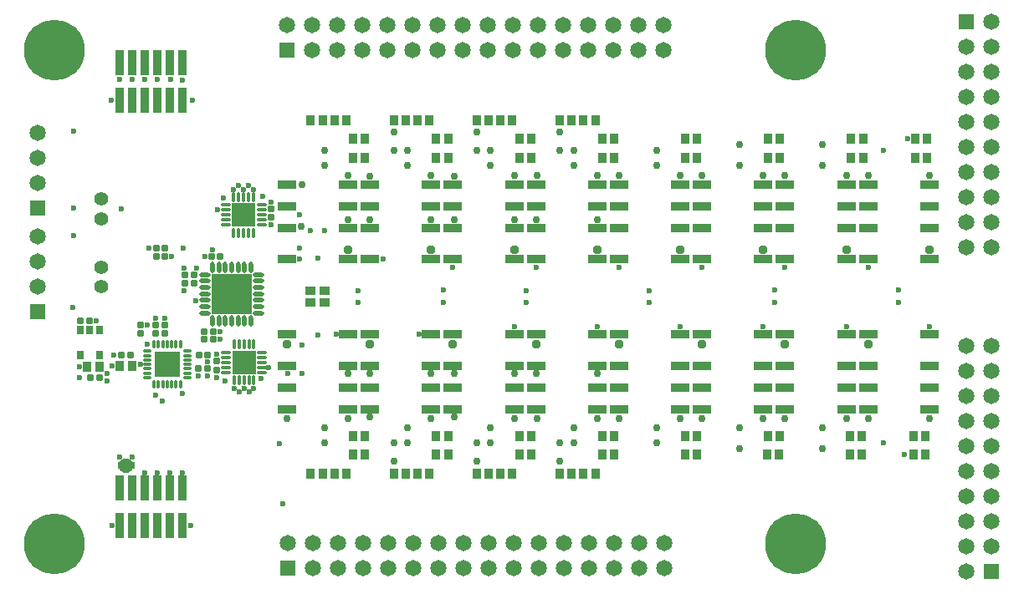
<source format=gts>
G04*
G04 #@! TF.GenerationSoftware,Altium Limited,Altium Designer,20.0.9 (164)*
G04*
G04 Layer_Color=8388736*
%FSLAX25Y25*%
%MOIN*%
G70*
G01*
G75*
%ADD33R,0.03347X0.03937*%
G04:AMPARAMS|DCode=34|XSize=26.38mil|YSize=27.95mil|CornerRadius=8.07mil|HoleSize=0mil|Usage=FLASHONLY|Rotation=0.000|XOffset=0mil|YOffset=0mil|HoleType=Round|Shape=RoundedRectangle|*
%AMROUNDEDRECTD34*
21,1,0.02638,0.01181,0,0,0.0*
21,1,0.01024,0.02795,0,0,0.0*
1,1,0.01614,0.00512,-0.00591*
1,1,0.01614,-0.00512,-0.00591*
1,1,0.01614,-0.00512,0.00591*
1,1,0.01614,0.00512,0.00591*
%
%ADD34ROUNDEDRECTD34*%
%ADD35R,0.02756X0.03740*%
%ADD36R,0.03425X0.04134*%
%ADD37R,0.07284X0.03347*%
%ADD38O,0.01772X0.04528*%
%ADD39O,0.04528X0.01772*%
%ADD40R,0.16063X0.16063*%
%ADD41O,0.01575X0.03937*%
%ADD42O,0.03937X0.01575*%
%ADD43R,0.09646X0.09646*%
G04:AMPARAMS|DCode=44|XSize=26.38mil|YSize=27.95mil|CornerRadius=8.07mil|HoleSize=0mil|Usage=FLASHONLY|Rotation=270.000|XOffset=0mil|YOffset=0mil|HoleType=Round|Shape=RoundedRectangle|*
%AMROUNDEDRECTD44*
21,1,0.02638,0.01181,0,0,270.0*
21,1,0.01024,0.02795,0,0,270.0*
1,1,0.01614,-0.00591,-0.00512*
1,1,0.01614,-0.00591,0.00512*
1,1,0.01614,0.00591,0.00512*
1,1,0.01614,0.00591,-0.00512*
%
%ADD44ROUNDEDRECTD44*%
%ADD45R,0.03937X0.03347*%
%ADD46R,0.10433X0.10433*%
%ADD47O,0.01378X0.03543*%
%ADD48O,0.03543X0.01378*%
%ADD49R,0.03583X0.10039*%
%ADD50R,0.03091X0.03091*%
%ADD51C,0.06496*%
%ADD52R,0.06496X0.06496*%
%ADD53R,0.06496X0.06496*%
%ADD54C,0.05591*%
%ADD55C,0.02362*%
%ADD56C,0.02953*%
%ADD57C,0.24213*%
%ADD58C,0.03740*%
%ADD59C,0.02559*%
%ADD60C,0.03398*%
G36*
X41705Y45709D02*
X41716D01*
X41728Y45707D01*
X41739Y45706D01*
X41751Y45703D01*
X41762Y45701D01*
X41773Y45698D01*
X41785Y45695D01*
X41796Y45691D01*
X41807Y45687D01*
X42725Y45306D01*
X42736Y45301D01*
X42746Y45297D01*
X42756Y45291D01*
X42767Y45285D01*
X42776Y45278D01*
X42786Y45272D01*
X42795Y45265D01*
X42804Y45258D01*
X42813Y45250D01*
X42821Y45242D01*
X43525Y44539D01*
X43532Y44530D01*
X43540Y44522D01*
X43547Y44513D01*
X43555Y44504D01*
X43561Y44494D01*
X43568Y44484D01*
X43573Y44474D01*
X43579Y44464D01*
X43584Y44453D01*
X43589Y44443D01*
X43970Y43524D01*
X43973Y43513D01*
X43978Y43502D01*
X43980Y43491D01*
X43984Y43480D01*
X43986Y43468D01*
X43988Y43457D01*
X43989Y43445D01*
X43991Y43434D01*
Y43422D01*
X43992Y43411D01*
Y42913D01*
Y42416D01*
X43991Y42404D01*
Y42393D01*
X43989Y42381D01*
X43988Y42370D01*
X43986Y42358D01*
X43984Y42347D01*
X43980Y42336D01*
X43978Y42325D01*
X43973Y42314D01*
X43970Y42303D01*
X43589Y41384D01*
X43584Y41374D01*
X43579Y41363D01*
X43573Y41353D01*
X43568Y41342D01*
X43561Y41333D01*
X43555Y41323D01*
X43547Y41314D01*
X43540Y41305D01*
X43532Y41297D01*
X43525Y41288D01*
X42821Y40584D01*
X42813Y40577D01*
X42804Y40569D01*
X42795Y40562D01*
X42786Y40554D01*
X42776Y40548D01*
X42767Y40541D01*
X42757Y40536D01*
X42746Y40530D01*
X42736Y40526D01*
X42725Y40520D01*
X41807Y40140D01*
X41795Y40136D01*
X41785Y40132D01*
X41773Y40129D01*
X41762Y40125D01*
X41751Y40124D01*
X41739Y40121D01*
X41728Y40120D01*
X41716Y40118D01*
X41705D01*
X41693Y40117D01*
X41196D01*
X41150Y40121D01*
X41104Y40132D01*
X41061Y40150D01*
X41022Y40174D01*
X40986Y40204D01*
X40956Y40239D01*
X40945Y40258D01*
X40933Y40239D01*
X40903Y40204D01*
X40868Y40174D01*
X40828Y40150D01*
X40785Y40132D01*
X40740Y40121D01*
X40694Y40117D01*
X40197D01*
X40185Y40118D01*
X40173D01*
X40162Y40120D01*
X40150Y40121D01*
X40139Y40124D01*
X40127Y40125D01*
X40116Y40129D01*
X40105Y40132D01*
X40094Y40136D01*
X40083Y40140D01*
X39164Y40520D01*
X39154Y40526D01*
X39143Y40530D01*
X39133Y40536D01*
X39123Y40541D01*
X39114Y40548D01*
X39104Y40554D01*
X39095Y40562D01*
X39085Y40569D01*
X39077Y40577D01*
X39068Y40584D01*
X38365Y41288D01*
X38357Y41297D01*
X38349Y41305D01*
X38342Y41314D01*
X38335Y41323D01*
X38329Y41333D01*
X38322Y41342D01*
X38317Y41353D01*
X38311Y41363D01*
X38306Y41374D01*
X38301Y41384D01*
X37920Y42303D01*
X37917Y42314D01*
X37912Y42325D01*
X37909Y42336D01*
X37906Y42347D01*
X37904Y42358D01*
X37901Y42370D01*
X37900Y42381D01*
X37899Y42393D01*
Y42404D01*
X37898Y42416D01*
Y42913D01*
Y43411D01*
X37899Y43422D01*
Y43434D01*
X37900Y43445D01*
X37901Y43457D01*
X37904Y43468D01*
X37906Y43480D01*
X37909Y43491D01*
X37912Y43502D01*
X37917Y43513D01*
X37920Y43524D01*
X38301Y44443D01*
X38306Y44453D01*
X38311Y44464D01*
X38317Y44474D01*
X38322Y44484D01*
X38329Y44494D01*
X38335Y44504D01*
X38342Y44513D01*
X38349Y44522D01*
X38357Y44530D01*
X38365Y44539D01*
X39068Y45242D01*
X39077Y45250D01*
X39085Y45258D01*
X39095Y45265D01*
X39104Y45272D01*
X39114Y45278D01*
X39123Y45285D01*
X39133Y45291D01*
X39143Y45297D01*
X39154Y45301D01*
X39164Y45306D01*
X40083Y45687D01*
X40094Y45691D01*
X40105Y45695D01*
X40116Y45698D01*
X40127Y45701D01*
X40139Y45703D01*
X40150Y45706D01*
X40162Y45707D01*
X40173Y45709D01*
X40185D01*
X40197Y45710D01*
X40694D01*
X40740Y45706D01*
X40785Y45695D01*
X40828Y45677D01*
X40868Y45653D01*
X40903Y45623D01*
X40933Y45588D01*
X40945Y45569D01*
X40956Y45588D01*
X40986Y45623D01*
X41022Y45653D01*
X41061Y45677D01*
X41104Y45695D01*
X41150Y45706D01*
X41196Y45710D01*
X41693D01*
X41705Y45709D01*
D02*
G37*
D33*
X227953Y39764D02*
D03*
X223228D02*
D03*
X213779D02*
D03*
X218504D02*
D03*
X194882D02*
D03*
X190157D02*
D03*
X180709D02*
D03*
X185433D02*
D03*
X161811D02*
D03*
X157087D02*
D03*
X147638D02*
D03*
X152362D02*
D03*
X128740D02*
D03*
X124016D02*
D03*
X119291D02*
D03*
X114567D02*
D03*
X301575Y165748D02*
D03*
X296850D02*
D03*
X354724Y54724D02*
D03*
X359449D02*
D03*
X354724Y47244D02*
D03*
X359449Y47244D02*
D03*
X329528Y54724D02*
D03*
X334252D02*
D03*
X296850D02*
D03*
X301575D02*
D03*
X263780D02*
D03*
X268504D02*
D03*
X230709D02*
D03*
X235433D02*
D03*
X197638D02*
D03*
X202362D02*
D03*
X164567D02*
D03*
X169291D02*
D03*
X131496D02*
D03*
X136221D02*
D03*
X329528Y47244D02*
D03*
X334252D02*
D03*
X296457D02*
D03*
X301181D02*
D03*
X263780D02*
D03*
X268504D02*
D03*
X230709D02*
D03*
X235433D02*
D03*
X197638D02*
D03*
X202362D02*
D03*
X164567D02*
D03*
X169291D02*
D03*
X131496D02*
D03*
X136221D02*
D03*
X355512Y173228D02*
D03*
X360236Y173228D02*
D03*
X355512Y165748D02*
D03*
X360236D02*
D03*
X213779Y180709D02*
D03*
X218504D02*
D03*
X227953D02*
D03*
X223228D02*
D03*
X180709D02*
D03*
X185433D02*
D03*
X194882D02*
D03*
X190157D02*
D03*
X147638D02*
D03*
X152362D02*
D03*
X161811D02*
D03*
X157087D02*
D03*
X114567D02*
D03*
X119291D02*
D03*
X128740D02*
D03*
X124016D02*
D03*
X329921Y173228D02*
D03*
X334646D02*
D03*
X296850D02*
D03*
X301575D02*
D03*
X263780D02*
D03*
X268504D02*
D03*
X230709D02*
D03*
X235433D02*
D03*
X197638D02*
D03*
X202362D02*
D03*
X164567D02*
D03*
X169291D02*
D03*
X131496D02*
D03*
X136221D02*
D03*
X329921Y165748D02*
D03*
X334646D02*
D03*
X263779D02*
D03*
X268504D02*
D03*
X230709Y165748D02*
D03*
X235433D02*
D03*
X197638Y165748D02*
D03*
X202362D02*
D03*
X164567D02*
D03*
X169291D02*
D03*
X131496D02*
D03*
X136221D02*
D03*
X38583Y82677D02*
D03*
X43307D02*
D03*
D34*
X73386Y81496D02*
D03*
X69921D02*
D03*
X26299Y100787D02*
D03*
X22835D02*
D03*
X26850Y77953D02*
D03*
X30315D02*
D03*
X75039Y126378D02*
D03*
X78504D02*
D03*
X75610Y93307D02*
D03*
X72146D02*
D03*
X75610Y96457D02*
D03*
X72146D02*
D03*
X73427Y86832D02*
D03*
X69963D02*
D03*
X64508Y118898D02*
D03*
X67972D02*
D03*
X64508Y115748D02*
D03*
X67972D02*
D03*
X52992Y129528D02*
D03*
X56457D02*
D03*
X52992Y126378D02*
D03*
X56457D02*
D03*
X42677Y86832D02*
D03*
X39213D02*
D03*
D35*
X30315Y96850D02*
D03*
X26575Y96850D02*
D03*
X22835Y96850D02*
D03*
X30315Y87008D02*
D03*
X22835Y87008D02*
D03*
D36*
X25591Y82284D02*
D03*
X30315D02*
D03*
D37*
X327953Y95276D02*
D03*
Y82677D02*
D03*
Y74016D02*
D03*
Y65354D02*
D03*
X303543D02*
D03*
Y74016D02*
D03*
Y82677D02*
D03*
Y95276D02*
D03*
X294882Y95276D02*
D03*
Y82677D02*
D03*
Y74016D02*
D03*
Y65354D02*
D03*
X270472D02*
D03*
Y74016D02*
D03*
Y82677D02*
D03*
Y95276D02*
D03*
X261811Y95276D02*
D03*
Y82677D02*
D03*
X261811Y74016D02*
D03*
Y65354D02*
D03*
X237402D02*
D03*
Y74016D02*
D03*
Y82677D02*
D03*
Y95276D02*
D03*
X228740Y95276D02*
D03*
Y82677D02*
D03*
Y74016D02*
D03*
Y65354D02*
D03*
X204331D02*
D03*
Y74016D02*
D03*
Y82677D02*
D03*
Y95276D02*
D03*
X327953Y125197D02*
D03*
Y137795D02*
D03*
Y146457D02*
D03*
Y155118D02*
D03*
X303543D02*
D03*
Y146457D02*
D03*
X303543Y137795D02*
D03*
Y125197D02*
D03*
X270472D02*
D03*
Y137795D02*
D03*
X270472Y146457D02*
D03*
Y155118D02*
D03*
X294882D02*
D03*
Y146457D02*
D03*
Y137795D02*
D03*
Y125197D02*
D03*
X237402Y125197D02*
D03*
Y137795D02*
D03*
X237402Y146457D02*
D03*
X237402Y155118D02*
D03*
X261811Y155118D02*
D03*
Y146457D02*
D03*
Y137795D02*
D03*
Y125197D02*
D03*
X336614Y95276D02*
D03*
Y82677D02*
D03*
Y74016D02*
D03*
Y65354D02*
D03*
X361024Y65354D02*
D03*
X361024Y74016D02*
D03*
X361024Y82677D02*
D03*
Y95276D02*
D03*
X171260Y95276D02*
D03*
Y82677D02*
D03*
Y74016D02*
D03*
Y65354D02*
D03*
X195669D02*
D03*
Y74016D02*
D03*
Y82677D02*
D03*
Y95276D02*
D03*
X138189Y95276D02*
D03*
Y82677D02*
D03*
Y74016D02*
D03*
Y65354D02*
D03*
X162598D02*
D03*
Y74016D02*
D03*
Y82677D02*
D03*
Y95276D02*
D03*
X105118Y95276D02*
D03*
Y82677D02*
D03*
Y74016D02*
D03*
Y65354D02*
D03*
X129528D02*
D03*
Y74016D02*
D03*
Y82677D02*
D03*
Y95276D02*
D03*
X361024Y125197D02*
D03*
Y137795D02*
D03*
Y146457D02*
D03*
Y155118D02*
D03*
X336614D02*
D03*
Y146457D02*
D03*
X336614Y137795D02*
D03*
Y125197D02*
D03*
X228740Y125197D02*
D03*
Y137795D02*
D03*
Y146457D02*
D03*
Y155118D02*
D03*
X204331D02*
D03*
Y146457D02*
D03*
Y137795D02*
D03*
X204331Y125197D02*
D03*
X195669D02*
D03*
Y137795D02*
D03*
Y146457D02*
D03*
Y155118D02*
D03*
X171260Y155118D02*
D03*
X171260Y146457D02*
D03*
X171260Y137795D02*
D03*
Y125197D02*
D03*
X162598Y125197D02*
D03*
Y137795D02*
D03*
Y146457D02*
D03*
Y155118D02*
D03*
X138189D02*
D03*
Y146457D02*
D03*
Y137795D02*
D03*
Y125197D02*
D03*
X129527Y125197D02*
D03*
Y137795D02*
D03*
Y146457D02*
D03*
Y155118D02*
D03*
X105118D02*
D03*
Y146457D02*
D03*
Y137795D02*
D03*
Y125197D02*
D03*
D38*
X90748Y122146D02*
D03*
X88189D02*
D03*
X85630D02*
D03*
X83071D02*
D03*
X80512D02*
D03*
X77953D02*
D03*
X75394D02*
D03*
Y100689D02*
D03*
X77953D02*
D03*
X80512D02*
D03*
X83071D02*
D03*
X85630D02*
D03*
X88189D02*
D03*
X90748D02*
D03*
D39*
X72342Y119095D02*
D03*
Y116535D02*
D03*
Y113976D02*
D03*
Y111417D02*
D03*
Y108858D02*
D03*
Y106299D02*
D03*
Y103740D02*
D03*
X93799D02*
D03*
Y106299D02*
D03*
Y108858D02*
D03*
Y111417D02*
D03*
Y113976D02*
D03*
Y116535D02*
D03*
Y119095D02*
D03*
D40*
X83071Y111417D02*
D03*
D41*
X91929Y91240D02*
D03*
X89961D02*
D03*
X87992D02*
D03*
X86024D02*
D03*
X84055D02*
D03*
Y76870D02*
D03*
X86024D02*
D03*
X87992D02*
D03*
X89961D02*
D03*
X91929D02*
D03*
X83858Y135728D02*
D03*
X85827D02*
D03*
X87795D02*
D03*
X89764D02*
D03*
X91732D02*
D03*
X91732Y150098D02*
D03*
X89764D02*
D03*
X87795D02*
D03*
X85827D02*
D03*
X83858D02*
D03*
D42*
X80807Y87992D02*
D03*
Y86024D02*
D03*
Y84055D02*
D03*
Y82087D02*
D03*
Y80118D02*
D03*
X95177D02*
D03*
X95177Y82087D02*
D03*
Y84055D02*
D03*
Y86024D02*
D03*
Y87992D02*
D03*
X94980Y138976D02*
D03*
Y140945D02*
D03*
Y142913D02*
D03*
Y144882D02*
D03*
Y146850D02*
D03*
X80610Y146850D02*
D03*
X80610Y144882D02*
D03*
Y142913D02*
D03*
Y140945D02*
D03*
Y138976D02*
D03*
D43*
X87992Y84055D02*
D03*
X87795Y142913D02*
D03*
D44*
X76968Y81142D02*
D03*
Y84606D02*
D03*
X98819Y145433D02*
D03*
X98819Y141969D02*
D03*
X56299Y98976D02*
D03*
Y95512D02*
D03*
X52756Y98976D02*
D03*
Y95512D02*
D03*
X46850Y98976D02*
D03*
Y95512D02*
D03*
D45*
X120079Y112598D02*
D03*
Y107874D02*
D03*
X114567Y112598D02*
D03*
Y107874D02*
D03*
D46*
X57382Y83268D02*
D03*
D47*
X62697Y75295D02*
D03*
X60925D02*
D03*
X59153D02*
D03*
X57382Y75295D02*
D03*
X55610Y75295D02*
D03*
X53839D02*
D03*
X52067D02*
D03*
Y91240D02*
D03*
X53839D02*
D03*
X55610D02*
D03*
X57382Y91240D02*
D03*
X59153Y91240D02*
D03*
X60925D02*
D03*
X62697D02*
D03*
D48*
X49409Y77953D02*
D03*
Y79724D02*
D03*
Y81496D02*
D03*
X49409Y83268D02*
D03*
X49409Y85039D02*
D03*
Y86811D02*
D03*
Y88583D02*
D03*
X65354D02*
D03*
Y86811D02*
D03*
Y85039D02*
D03*
X65354Y83268D02*
D03*
X65354Y81496D02*
D03*
Y79724D02*
D03*
Y77953D02*
D03*
D49*
X63543Y203543D02*
D03*
Y188543D02*
D03*
X58543Y203543D02*
D03*
Y188543D02*
D03*
X53543Y203543D02*
D03*
Y188543D02*
D03*
X48543Y203543D02*
D03*
Y188543D02*
D03*
X43543Y203543D02*
D03*
Y188543D02*
D03*
X38543Y203543D02*
D03*
Y188543D02*
D03*
X63543Y33898D02*
D03*
Y18898D02*
D03*
X58543Y33898D02*
D03*
X58543Y18898D02*
D03*
X53543Y33898D02*
D03*
X53543Y18898D02*
D03*
X48543Y33898D02*
D03*
X48543Y18898D02*
D03*
X43543Y33898D02*
D03*
X43543Y18898D02*
D03*
X38543Y33898D02*
D03*
Y18898D02*
D03*
D50*
X38945Y42913D02*
D03*
X42945D02*
D03*
D51*
X255512Y11969D02*
D03*
X255512Y1969D02*
D03*
X245512Y11969D02*
D03*
X245512Y1969D02*
D03*
X235512Y11969D02*
D03*
Y1969D02*
D03*
X225512Y11969D02*
D03*
X225512Y1969D02*
D03*
X215512Y11969D02*
D03*
Y1969D02*
D03*
X205512Y11969D02*
D03*
X205512Y1969D02*
D03*
X195512Y11969D02*
D03*
Y1969D02*
D03*
X185512Y11969D02*
D03*
Y1969D02*
D03*
X175512Y11969D02*
D03*
Y1969D02*
D03*
X165512Y11969D02*
D03*
Y1969D02*
D03*
X155512Y11969D02*
D03*
X155512Y1969D02*
D03*
X145512Y11969D02*
D03*
Y1969D02*
D03*
X135512Y11969D02*
D03*
X135512Y1969D02*
D03*
X125512Y11969D02*
D03*
Y1969D02*
D03*
X115512Y11969D02*
D03*
X115512Y1969D02*
D03*
X105512Y11969D02*
D03*
X375827Y90551D02*
D03*
X385827D02*
D03*
X375827Y80551D02*
D03*
X385827Y80551D02*
D03*
X375827Y70551D02*
D03*
X385827Y70551D02*
D03*
X375827Y60551D02*
D03*
X385827Y60551D02*
D03*
X375827Y50551D02*
D03*
X385827D02*
D03*
X375827Y40551D02*
D03*
X385827Y40551D02*
D03*
X375827Y30551D02*
D03*
X385827Y30551D02*
D03*
X375827Y20551D02*
D03*
X385827D02*
D03*
X375827Y10551D02*
D03*
X385827D02*
D03*
X375827Y551D02*
D03*
X105118Y218504D02*
D03*
X115118Y208504D02*
D03*
Y218504D02*
D03*
X125118Y208504D02*
D03*
X125118Y218504D02*
D03*
X135118Y208504D02*
D03*
X135118Y218504D02*
D03*
X145118Y208504D02*
D03*
X145118Y218504D02*
D03*
X155118Y208504D02*
D03*
Y218504D02*
D03*
X165118Y208504D02*
D03*
X165118Y218504D02*
D03*
X175118Y208504D02*
D03*
X175118Y218504D02*
D03*
X185118Y208504D02*
D03*
X185118Y218504D02*
D03*
X195118Y208504D02*
D03*
X195118Y218504D02*
D03*
X205118Y208504D02*
D03*
Y218504D02*
D03*
X215118Y208504D02*
D03*
Y218504D02*
D03*
X225118Y208504D02*
D03*
X225118Y218504D02*
D03*
X235118Y208504D02*
D03*
X235118Y218504D02*
D03*
X245118Y208504D02*
D03*
Y218504D02*
D03*
X255118Y208504D02*
D03*
X255118Y218504D02*
D03*
X385827Y219921D02*
D03*
X375827Y209921D02*
D03*
X385827Y209921D02*
D03*
X375827Y199921D02*
D03*
X385827D02*
D03*
X375827Y189921D02*
D03*
X385827D02*
D03*
X375827Y179921D02*
D03*
X385827Y179921D02*
D03*
X375827Y169921D02*
D03*
X385827D02*
D03*
X375827Y159921D02*
D03*
X385827D02*
D03*
X375827Y149921D02*
D03*
X385827D02*
D03*
X375827Y139921D02*
D03*
X385827D02*
D03*
X375827Y129921D02*
D03*
X385827Y129921D02*
D03*
X5906Y175669D02*
D03*
Y165669D02*
D03*
Y155669D02*
D03*
Y134331D02*
D03*
Y124331D02*
D03*
Y114331D02*
D03*
D52*
X105512Y1969D02*
D03*
X105118Y208504D02*
D03*
D53*
X385827Y551D02*
D03*
X375827Y219921D02*
D03*
X5906Y145669D02*
D03*
Y104331D02*
D03*
D54*
X31102Y122047D02*
D03*
Y114173D02*
D03*
Y141339D02*
D03*
Y149213D02*
D03*
D55*
X133465Y112598D02*
D03*
X167323Y112992D02*
D03*
X200394Y112598D02*
D03*
X249606D02*
D03*
X299606Y112992D02*
D03*
X348819D02*
D03*
Y107874D02*
D03*
X299606D02*
D03*
X249606D02*
D03*
X200394D02*
D03*
X167323D02*
D03*
X133465D02*
D03*
X103543Y27559D02*
D03*
X101969Y51575D02*
D03*
X111024Y79528D02*
D03*
Y90945D02*
D03*
X117323Y94882D02*
D03*
Y125591D02*
D03*
X110236Y142913D02*
D03*
Y129528D02*
D03*
X38583Y46457D02*
D03*
X38583Y196850D02*
D03*
X98819Y138976D02*
D03*
X352362Y173228D02*
D03*
X351181Y47244D02*
D03*
X79921Y149606D02*
D03*
X75590Y129134D02*
D03*
X94882Y77559D02*
D03*
X97859Y82062D02*
D03*
X55512Y68504D02*
D03*
X52756Y70866D02*
D03*
X35433Y18898D02*
D03*
X66929D02*
D03*
X50000Y129528D02*
D03*
X63779D02*
D03*
X59055Y126378D02*
D03*
X64173Y112598D02*
D03*
X67323Y188583D02*
D03*
X35039D02*
D03*
X38976Y145276D02*
D03*
X105512Y79528D02*
D03*
X98819Y148031D02*
D03*
X114567Y136614D02*
D03*
X120079D02*
D03*
X76968Y78150D02*
D03*
X342913Y168504D02*
D03*
X110236Y125197D02*
D03*
X143307D02*
D03*
X171260Y122047D02*
D03*
X204331Y122047D02*
D03*
X237402Y122047D02*
D03*
X270472Y122047D02*
D03*
X303543D02*
D03*
X336614Y122047D02*
D03*
X77559Y144882D02*
D03*
X95276Y150394D02*
D03*
X91732Y153150D02*
D03*
X89764Y154724D02*
D03*
X87795Y153150D02*
D03*
X85827Y154724D02*
D03*
X83858Y153150D02*
D03*
X124803Y95276D02*
D03*
X157874D02*
D03*
X195669Y98425D02*
D03*
X228740D02*
D03*
X261811D02*
D03*
X294882D02*
D03*
X327953D02*
D03*
X361024D02*
D03*
X91929Y73819D02*
D03*
X89961Y72244D02*
D03*
X87992Y73819D02*
D03*
X86024Y72244D02*
D03*
X84055Y73819D02*
D03*
X80512Y76575D02*
D03*
X63386Y71653D02*
D03*
X56337Y101538D02*
D03*
X43601Y46378D02*
D03*
X46654Y83268D02*
D03*
X342913Y51968D02*
D03*
X19685Y105905D02*
D03*
X20079Y176378D02*
D03*
Y134646D02*
D03*
Y145669D02*
D03*
X53543Y196850D02*
D03*
X49606Y99129D02*
D03*
X64272Y121811D02*
D03*
X68996Y121653D02*
D03*
X43543Y197008D02*
D03*
X48425Y196850D02*
D03*
X58661D02*
D03*
X48543Y40096D02*
D03*
X53543Y40080D02*
D03*
X58543Y40039D02*
D03*
X36220Y86832D02*
D03*
X35433Y82677D02*
D03*
X69921Y78583D02*
D03*
X73386Y78583D02*
D03*
X73427Y84447D02*
D03*
X63574Y196728D02*
D03*
X63543Y40000D02*
D03*
X72441Y126378D02*
D03*
X76968Y87205D02*
D03*
X52756Y101575D02*
D03*
X49606Y91339D02*
D03*
X68934Y108766D02*
D03*
X22441Y82284D02*
D03*
Y77953D02*
D03*
X29134Y100787D02*
D03*
X33465Y79528D02*
D03*
Y76772D02*
D03*
X78439Y96483D02*
D03*
X78445Y93307D02*
D03*
D56*
X111024Y155118D02*
D03*
X110630Y138189D02*
D03*
X228740Y158661D02*
D03*
X204724D02*
D03*
X228740Y140945D02*
D03*
X204331Y140945D02*
D03*
X195669Y140945D02*
D03*
X195669Y158661D02*
D03*
X171653Y140945D02*
D03*
Y158268D02*
D03*
X162598Y140945D02*
D03*
X162598Y158661D02*
D03*
X138189Y158268D02*
D03*
Y140945D02*
D03*
X129527D02*
D03*
Y158661D02*
D03*
X237402D02*
D03*
X261811D02*
D03*
X270472Y158661D02*
D03*
X294882D02*
D03*
X303543D02*
D03*
X327953D02*
D03*
X336614Y158661D02*
D03*
X361024Y158661D02*
D03*
X105118Y61811D02*
D03*
X361024Y61811D02*
D03*
X336614Y61811D02*
D03*
X327953Y61811D02*
D03*
X303543D02*
D03*
X294882D02*
D03*
X270472D02*
D03*
X261811Y61811D02*
D03*
X237402D02*
D03*
X180709Y44488D02*
D03*
X213780D02*
D03*
X147638D02*
D03*
X120079Y57874D02*
D03*
Y51968D02*
D03*
X318504Y57874D02*
D03*
Y49606D02*
D03*
X318504Y170866D02*
D03*
Y162598D02*
D03*
X129528Y61811D02*
D03*
Y79528D02*
D03*
X138189D02*
D03*
Y62205D02*
D03*
X162598Y61811D02*
D03*
X162599Y79528D02*
D03*
X171654Y62205D02*
D03*
Y79528D02*
D03*
X195669Y61811D02*
D03*
X195669Y79528D02*
D03*
X204331Y79528D02*
D03*
X228740Y79528D02*
D03*
X204724Y61811D02*
D03*
X228740D02*
D03*
X285433Y49606D02*
D03*
Y57874D02*
D03*
X252362Y57874D02*
D03*
X252362Y51968D02*
D03*
X153150Y57874D02*
D03*
X147638Y51968D02*
D03*
X153150D02*
D03*
X186221Y57874D02*
D03*
X180709Y51968D02*
D03*
X186221D02*
D03*
X219291Y57874D02*
D03*
X213780Y51969D02*
D03*
X219291D02*
D03*
X120079Y168504D02*
D03*
X153150D02*
D03*
X186221D02*
D03*
X252362D02*
D03*
X219291D02*
D03*
X120079Y162598D02*
D03*
X147638Y168504D02*
D03*
Y175984D02*
D03*
X180709Y168504D02*
D03*
Y175984D02*
D03*
X213779D02*
D03*
Y168504D02*
D03*
X285433Y162598D02*
D03*
Y170866D02*
D03*
X252362Y162598D02*
D03*
X153150D02*
D03*
X186221D02*
D03*
X219291D02*
D03*
D57*
X12598Y208661D02*
D03*
X307874D02*
D03*
X12598Y11811D02*
D03*
X307874D02*
D03*
D58*
X361024Y129134D02*
D03*
X327953Y129134D02*
D03*
X294882D02*
D03*
X261811D02*
D03*
X228740D02*
D03*
X195669D02*
D03*
X162598D02*
D03*
X129527D02*
D03*
X105118Y91339D02*
D03*
X138189D02*
D03*
X171260D02*
D03*
X204331Y91339D02*
D03*
X237402Y91339D02*
D03*
X270472Y91339D02*
D03*
X303543D02*
D03*
X336614D02*
D03*
D59*
X87402Y115748D02*
D03*
X87402Y111417D02*
D03*
X87402Y107087D02*
D03*
X83071Y115748D02*
D03*
Y111417D02*
D03*
Y107087D02*
D03*
X78740Y115748D02*
D03*
X78740Y111417D02*
D03*
X78740Y107087D02*
D03*
X90158Y86221D02*
D03*
X90158Y81890D02*
D03*
X85827Y86221D02*
D03*
Y81890D02*
D03*
X85630Y140748D02*
D03*
X85630Y145079D02*
D03*
X89961Y140748D02*
D03*
X89961Y145079D02*
D03*
D60*
X55020Y85630D02*
D03*
X59744D02*
D03*
X55020Y80905D02*
D03*
X59744D02*
D03*
M02*

</source>
